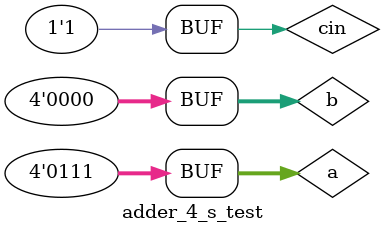
<source format=v>
`timescale 1ns / 1ps


module adder_4_s_test(

   );
   
   reg [3:0] a;
   reg [3:0] b;
   reg cin; // ¶¨Òå³ÌÐòµÄÊäÈëÎªregÐÍ
   wire overflow;
   wire [3:0] s; // ÒòÎªÒª¶ÔoverflowºÍs½øÐÐassign¸³Öµ£¬ËùÒÔ¶¨ÒåÎªwireÐÍ
   adder_4_s adder4(a, b, cin, s, overflow); // ÊµÀý»¯adderÄ£¿é
   
   initial begin  // ¸øÊäÈë¸³³õÖµ
        a = 4'b0001;
        b = 4'b0011;
        cin = 1;
        #100  // Ê¹¸³Öµ³ÖÐø100ns
        a = 4'b1000;
        b = 4'b1010;
        cin = 0;
        #100 // Ê¹¸³Öµ³ÖÐø100ns
        a = 4'b0011;
        b = 4'b0110;
        cin = 0;
        #100
        a = 4'b0111;
        b = 4'b0000;
        cin = 1;
   end
   
endmodule

</source>
